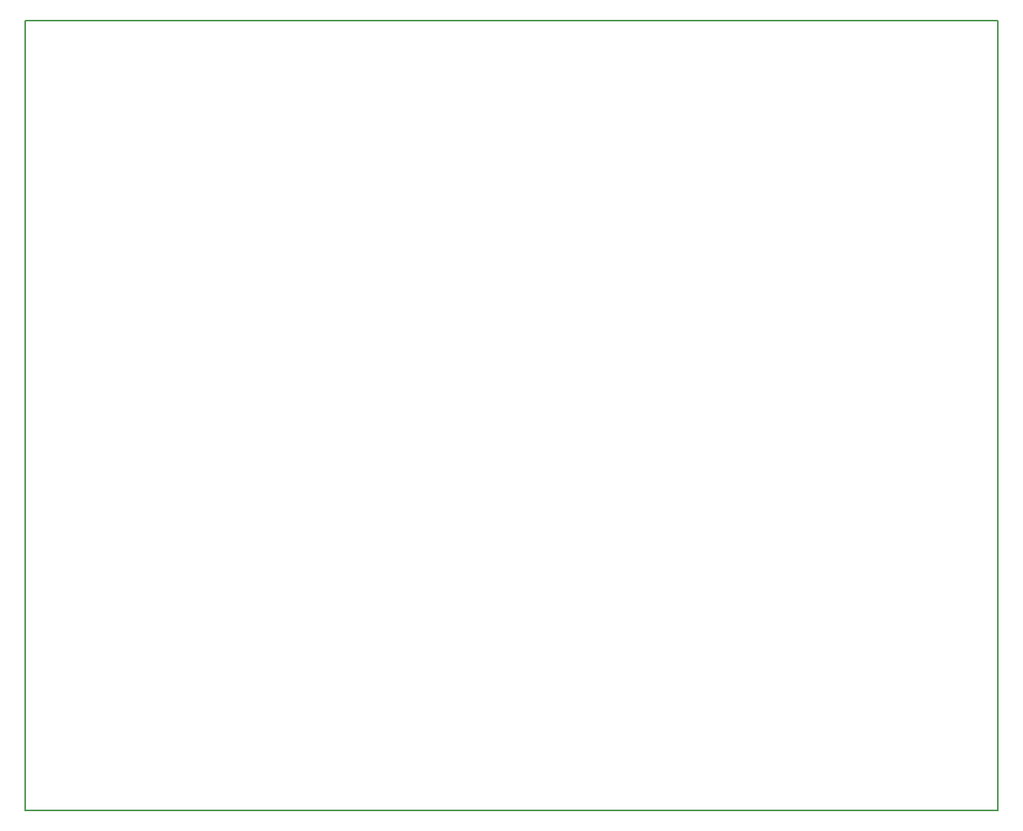
<source format=gbr>
G04 PROTEUS GERBER X2 FILE*
%TF.GenerationSoftware,Labcenter,Proteus,8.7-SP3-Build25561*%
%TF.CreationDate,2021-06-30T06:14:37+00:00*%
%TF.FileFunction,NonPlated,1,2,NPTH*%
%TF.FilePolarity,Positive*%
%TF.Part,Single*%
%TF.SameCoordinates,{77f9167f-24a0-473a-9e88-04ab24b8f88e}*%
%FSLAX45Y45*%
%MOMM*%
G01*
%TA.AperFunction,Profile*%
%ADD41C,0.203200*%
%TD.AperFunction*%
D41*
X-1079500Y-6413500D02*
X+9715500Y-6413500D01*
X+9715500Y+2349500D01*
X-1079500Y+2349500D01*
X-1079500Y-6413500D01*
M02*

</source>
